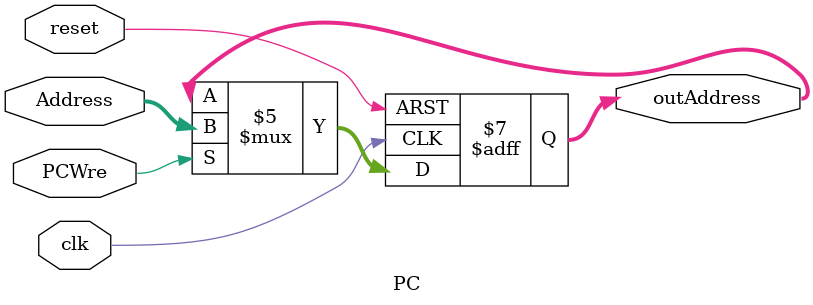
<source format=v>
`timescale 1ns / 1ps


module PC(
    input clk,
    input reset,
    input PCWre,
    input [31:0] Address,
    output reg [31:0] outAddress
    );
    
    always @ (posedge clk or posedge reset) 
    begin
        if (reset == 1) begin
            outAddress = 0;
        end
        else begin
            if (PCWre == 1) begin
                outAddress = Address;     
            end else begin
                outAddress = outAddress;
            end
        end
    end
    
endmodule

</source>
